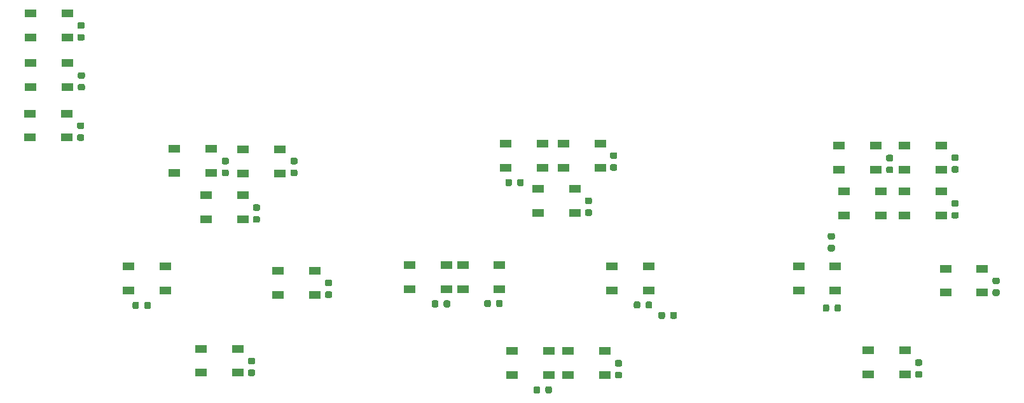
<source format=gbr>
G04 #@! TF.GenerationSoftware,KiCad,Pcbnew,(5.1.6)-1*
G04 #@! TF.CreationDate,2021-02-10T20:40:57+11:00*
G04 #@! TF.ProjectId,ELEC Panel Panel PCB V2,454c4543-2050-4616-9e65-6c2050616e65,rev?*
G04 #@! TF.SameCoordinates,Original*
G04 #@! TF.FileFunction,Paste,Top*
G04 #@! TF.FilePolarity,Positive*
%FSLAX46Y46*%
G04 Gerber Fmt 4.6, Leading zero omitted, Abs format (unit mm)*
G04 Created by KiCad (PCBNEW (5.1.6)-1) date 2021-02-10 20:40:57*
%MOMM*%
%LPD*%
G01*
G04 APERTURE LIST*
%ADD10R,1.500000X1.000000*%
G04 APERTURE END LIST*
G04 #@! TO.C,C25*
G36*
G01*
X139236250Y-129590000D02*
X138723750Y-129590000D01*
G75*
G02*
X138505000Y-129371250I0J218750D01*
G01*
X138505000Y-128933750D01*
G75*
G02*
X138723750Y-128715000I218750J0D01*
G01*
X139236250Y-128715000D01*
G75*
G02*
X139455000Y-128933750I0J-218750D01*
G01*
X139455000Y-129371250D01*
G75*
G02*
X139236250Y-129590000I-218750J0D01*
G01*
G37*
G36*
G01*
X139236250Y-131165000D02*
X138723750Y-131165000D01*
G75*
G02*
X138505000Y-130946250I0J218750D01*
G01*
X138505000Y-130508750D01*
G75*
G02*
X138723750Y-130290000I218750J0D01*
G01*
X139236250Y-130290000D01*
G75*
G02*
X139455000Y-130508750I0J-218750D01*
G01*
X139455000Y-130946250D01*
G75*
G02*
X139236250Y-131165000I-218750J0D01*
G01*
G37*
G04 #@! TD*
G04 #@! TO.C,C24*
G36*
G01*
X138707500Y-138443750D02*
X138707500Y-138956250D01*
G75*
G02*
X138488750Y-139175000I-218750J0D01*
G01*
X138051250Y-139175000D01*
G75*
G02*
X137832500Y-138956250I0J218750D01*
G01*
X137832500Y-138443750D01*
G75*
G02*
X138051250Y-138225000I218750J0D01*
G01*
X138488750Y-138225000D01*
G75*
G02*
X138707500Y-138443750I0J-218750D01*
G01*
G37*
G36*
G01*
X140282500Y-138443750D02*
X140282500Y-138956250D01*
G75*
G02*
X140063750Y-139175000I-218750J0D01*
G01*
X139626250Y-139175000D01*
G75*
G02*
X139407500Y-138956250I0J218750D01*
G01*
X139407500Y-138443750D01*
G75*
G02*
X139626250Y-138225000I218750J0D01*
G01*
X140063750Y-138225000D01*
G75*
G02*
X140282500Y-138443750I0J-218750D01*
G01*
G37*
G04 #@! TD*
G04 #@! TO.C,C23*
G36*
G01*
X150343750Y-147102000D02*
X150856250Y-147102000D01*
G75*
G02*
X151075000Y-147320750I0J-218750D01*
G01*
X151075000Y-147758250D01*
G75*
G02*
X150856250Y-147977000I-218750J0D01*
G01*
X150343750Y-147977000D01*
G75*
G02*
X150125000Y-147758250I0J218750D01*
G01*
X150125000Y-147320750D01*
G75*
G02*
X150343750Y-147102000I218750J0D01*
G01*
G37*
G36*
G01*
X150343750Y-145527000D02*
X150856250Y-145527000D01*
G75*
G02*
X151075000Y-145745750I0J-218750D01*
G01*
X151075000Y-146183250D01*
G75*
G02*
X150856250Y-146402000I-218750J0D01*
G01*
X150343750Y-146402000D01*
G75*
G02*
X150125000Y-146183250I0J218750D01*
G01*
X150125000Y-145745750D01*
G75*
G02*
X150343750Y-145527000I218750J0D01*
G01*
G37*
G04 #@! TD*
G04 #@! TO.C,C22*
G36*
G01*
X160653750Y-136220000D02*
X161166250Y-136220000D01*
G75*
G02*
X161385000Y-136438750I0J-218750D01*
G01*
X161385000Y-136876250D01*
G75*
G02*
X161166250Y-137095000I-218750J0D01*
G01*
X160653750Y-137095000D01*
G75*
G02*
X160435000Y-136876250I0J218750D01*
G01*
X160435000Y-136438750D01*
G75*
G02*
X160653750Y-136220000I218750J0D01*
G01*
G37*
G36*
G01*
X160653750Y-134645000D02*
X161166250Y-134645000D01*
G75*
G02*
X161385000Y-134863750I0J-218750D01*
G01*
X161385000Y-135301250D01*
G75*
G02*
X161166250Y-135520000I-218750J0D01*
G01*
X160653750Y-135520000D01*
G75*
G02*
X160435000Y-135301250I0J218750D01*
G01*
X160435000Y-134863750D01*
G75*
G02*
X160653750Y-134645000I218750J0D01*
G01*
G37*
G04 #@! TD*
G04 #@! TO.C,C21*
G36*
G01*
X155193750Y-125912000D02*
X155706250Y-125912000D01*
G75*
G02*
X155925000Y-126130750I0J-218750D01*
G01*
X155925000Y-126568250D01*
G75*
G02*
X155706250Y-126787000I-218750J0D01*
G01*
X155193750Y-126787000D01*
G75*
G02*
X154975000Y-126568250I0J218750D01*
G01*
X154975000Y-126130750D01*
G75*
G02*
X155193750Y-125912000I218750J0D01*
G01*
G37*
G36*
G01*
X155193750Y-124337000D02*
X155706250Y-124337000D01*
G75*
G02*
X155925000Y-124555750I0J-218750D01*
G01*
X155925000Y-124993250D01*
G75*
G02*
X155706250Y-125212000I-218750J0D01*
G01*
X155193750Y-125212000D01*
G75*
G02*
X154975000Y-124993250I0J218750D01*
G01*
X154975000Y-124555750D01*
G75*
G02*
X155193750Y-124337000I218750J0D01*
G01*
G37*
G04 #@! TD*
G04 #@! TO.C,C20*
G36*
G01*
X155193750Y-119812000D02*
X155706250Y-119812000D01*
G75*
G02*
X155925000Y-120030750I0J-218750D01*
G01*
X155925000Y-120468250D01*
G75*
G02*
X155706250Y-120687000I-218750J0D01*
G01*
X155193750Y-120687000D01*
G75*
G02*
X154975000Y-120468250I0J218750D01*
G01*
X154975000Y-120030750D01*
G75*
G02*
X155193750Y-119812000I218750J0D01*
G01*
G37*
G36*
G01*
X155193750Y-118237000D02*
X155706250Y-118237000D01*
G75*
G02*
X155925000Y-118455750I0J-218750D01*
G01*
X155925000Y-118893250D01*
G75*
G02*
X155706250Y-119112000I-218750J0D01*
G01*
X155193750Y-119112000D01*
G75*
G02*
X154975000Y-118893250I0J218750D01*
G01*
X154975000Y-118455750D01*
G75*
G02*
X155193750Y-118237000I218750J0D01*
G01*
G37*
G04 #@! TD*
G04 #@! TO.C,R1*
G36*
G01*
X116840000Y-139423750D02*
X116840000Y-139936250D01*
G75*
G02*
X116621250Y-140155000I-218750J0D01*
G01*
X116183750Y-140155000D01*
G75*
G02*
X115965000Y-139936250I0J218750D01*
G01*
X115965000Y-139423750D01*
G75*
G02*
X116183750Y-139205000I218750J0D01*
G01*
X116621250Y-139205000D01*
G75*
G02*
X116840000Y-139423750I0J-218750D01*
G01*
G37*
G36*
G01*
X118415000Y-139423750D02*
X118415000Y-139936250D01*
G75*
G02*
X118196250Y-140155000I-218750J0D01*
G01*
X117758750Y-140155000D01*
G75*
G02*
X117540000Y-139936250I0J218750D01*
G01*
X117540000Y-139423750D01*
G75*
G02*
X117758750Y-139205000I218750J0D01*
G01*
X118196250Y-139205000D01*
G75*
G02*
X118415000Y-139423750I0J-218750D01*
G01*
G37*
G04 #@! TD*
G04 #@! TO.C,C19*
G36*
G01*
X146493750Y-119862000D02*
X147006250Y-119862000D01*
G75*
G02*
X147225000Y-120080750I0J-218750D01*
G01*
X147225000Y-120518250D01*
G75*
G02*
X147006250Y-120737000I-218750J0D01*
G01*
X146493750Y-120737000D01*
G75*
G02*
X146275000Y-120518250I0J218750D01*
G01*
X146275000Y-120080750D01*
G75*
G02*
X146493750Y-119862000I218750J0D01*
G01*
G37*
G36*
G01*
X146493750Y-118287000D02*
X147006250Y-118287000D01*
G75*
G02*
X147225000Y-118505750I0J-218750D01*
G01*
X147225000Y-118943250D01*
G75*
G02*
X147006250Y-119162000I-218750J0D01*
G01*
X146493750Y-119162000D01*
G75*
G02*
X146275000Y-118943250I0J218750D01*
G01*
X146275000Y-118505750D01*
G75*
G02*
X146493750Y-118287000I218750J0D01*
G01*
G37*
G04 #@! TD*
G04 #@! TO.C,C18*
G36*
G01*
X94362500Y-138356250D02*
X94362500Y-137843750D01*
G75*
G02*
X94581250Y-137625000I218750J0D01*
G01*
X95018750Y-137625000D01*
G75*
G02*
X95237500Y-137843750I0J-218750D01*
G01*
X95237500Y-138356250D01*
G75*
G02*
X95018750Y-138575000I-218750J0D01*
G01*
X94581250Y-138575000D01*
G75*
G02*
X94362500Y-138356250I0J218750D01*
G01*
G37*
G36*
G01*
X92787500Y-138356250D02*
X92787500Y-137843750D01*
G75*
G02*
X93006250Y-137625000I218750J0D01*
G01*
X93443750Y-137625000D01*
G75*
G02*
X93662500Y-137843750I0J-218750D01*
G01*
X93662500Y-138356250D01*
G75*
G02*
X93443750Y-138575000I-218750J0D01*
G01*
X93006250Y-138575000D01*
G75*
G02*
X92787500Y-138356250I0J218750D01*
G01*
G37*
G04 #@! TD*
G04 #@! TO.C,C17*
G36*
G01*
X87362500Y-138406250D02*
X87362500Y-137893750D01*
G75*
G02*
X87581250Y-137675000I218750J0D01*
G01*
X88018750Y-137675000D01*
G75*
G02*
X88237500Y-137893750I0J-218750D01*
G01*
X88237500Y-138406250D01*
G75*
G02*
X88018750Y-138625000I-218750J0D01*
G01*
X87581250Y-138625000D01*
G75*
G02*
X87362500Y-138406250I0J218750D01*
G01*
G37*
G36*
G01*
X85787500Y-138406250D02*
X85787500Y-137893750D01*
G75*
G02*
X86006250Y-137675000I218750J0D01*
G01*
X86443750Y-137675000D01*
G75*
G02*
X86662500Y-137893750I0J-218750D01*
G01*
X86662500Y-138406250D01*
G75*
G02*
X86443750Y-138625000I-218750J0D01*
G01*
X86006250Y-138625000D01*
G75*
G02*
X85787500Y-138406250I0J218750D01*
G01*
G37*
G04 #@! TD*
G04 #@! TO.C,C16*
G36*
G01*
X100912000Y-149856250D02*
X100912000Y-149343750D01*
G75*
G02*
X101130750Y-149125000I218750J0D01*
G01*
X101568250Y-149125000D01*
G75*
G02*
X101787000Y-149343750I0J-218750D01*
G01*
X101787000Y-149856250D01*
G75*
G02*
X101568250Y-150075000I-218750J0D01*
G01*
X101130750Y-150075000D01*
G75*
G02*
X100912000Y-149856250I0J218750D01*
G01*
G37*
G36*
G01*
X99337000Y-149856250D02*
X99337000Y-149343750D01*
G75*
G02*
X99555750Y-149125000I218750J0D01*
G01*
X99993250Y-149125000D01*
G75*
G02*
X100212000Y-149343750I0J-218750D01*
G01*
X100212000Y-149856250D01*
G75*
G02*
X99993250Y-150075000I-218750J0D01*
G01*
X99555750Y-150075000D01*
G75*
G02*
X99337000Y-149856250I0J218750D01*
G01*
G37*
G04 #@! TD*
G04 #@! TO.C,C15*
G36*
G01*
X110393750Y-147212000D02*
X110906250Y-147212000D01*
G75*
G02*
X111125000Y-147430750I0J-218750D01*
G01*
X111125000Y-147868250D01*
G75*
G02*
X110906250Y-148087000I-218750J0D01*
G01*
X110393750Y-148087000D01*
G75*
G02*
X110175000Y-147868250I0J218750D01*
G01*
X110175000Y-147430750D01*
G75*
G02*
X110393750Y-147212000I218750J0D01*
G01*
G37*
G36*
G01*
X110393750Y-145637000D02*
X110906250Y-145637000D01*
G75*
G02*
X111125000Y-145855750I0J-218750D01*
G01*
X111125000Y-146293250D01*
G75*
G02*
X110906250Y-146512000I-218750J0D01*
G01*
X110393750Y-146512000D01*
G75*
G02*
X110175000Y-146293250I0J218750D01*
G01*
X110175000Y-145855750D01*
G75*
G02*
X110393750Y-145637000I218750J0D01*
G01*
G37*
G04 #@! TD*
G04 #@! TO.C,C14*
G36*
G01*
X114250000Y-138556250D02*
X114250000Y-138043750D01*
G75*
G02*
X114468750Y-137825000I218750J0D01*
G01*
X114906250Y-137825000D01*
G75*
G02*
X115125000Y-138043750I0J-218750D01*
G01*
X115125000Y-138556250D01*
G75*
G02*
X114906250Y-138775000I-218750J0D01*
G01*
X114468750Y-138775000D01*
G75*
G02*
X114250000Y-138556250I0J218750D01*
G01*
G37*
G36*
G01*
X112675000Y-138556250D02*
X112675000Y-138043750D01*
G75*
G02*
X112893750Y-137825000I218750J0D01*
G01*
X113331250Y-137825000D01*
G75*
G02*
X113550000Y-138043750I0J-218750D01*
G01*
X113550000Y-138556250D01*
G75*
G02*
X113331250Y-138775000I-218750J0D01*
G01*
X112893750Y-138775000D01*
G75*
G02*
X112675000Y-138556250I0J218750D01*
G01*
G37*
G04 #@! TD*
G04 #@! TO.C,C13*
G36*
G01*
X106393750Y-125562000D02*
X106906250Y-125562000D01*
G75*
G02*
X107125000Y-125780750I0J-218750D01*
G01*
X107125000Y-126218250D01*
G75*
G02*
X106906250Y-126437000I-218750J0D01*
G01*
X106393750Y-126437000D01*
G75*
G02*
X106175000Y-126218250I0J218750D01*
G01*
X106175000Y-125780750D01*
G75*
G02*
X106393750Y-125562000I218750J0D01*
G01*
G37*
G36*
G01*
X106393750Y-123987000D02*
X106906250Y-123987000D01*
G75*
G02*
X107125000Y-124205750I0J-218750D01*
G01*
X107125000Y-124643250D01*
G75*
G02*
X106906250Y-124862000I-218750J0D01*
G01*
X106393750Y-124862000D01*
G75*
G02*
X106175000Y-124643250I0J218750D01*
G01*
X106175000Y-124205750D01*
G75*
G02*
X106393750Y-123987000I218750J0D01*
G01*
G37*
G04 #@! TD*
G04 #@! TO.C,C12*
G36*
G01*
X109743750Y-119538000D02*
X110256250Y-119538000D01*
G75*
G02*
X110475000Y-119756750I0J-218750D01*
G01*
X110475000Y-120194250D01*
G75*
G02*
X110256250Y-120413000I-218750J0D01*
G01*
X109743750Y-120413000D01*
G75*
G02*
X109525000Y-120194250I0J218750D01*
G01*
X109525000Y-119756750D01*
G75*
G02*
X109743750Y-119538000I218750J0D01*
G01*
G37*
G36*
G01*
X109743750Y-117963000D02*
X110256250Y-117963000D01*
G75*
G02*
X110475000Y-118181750I0J-218750D01*
G01*
X110475000Y-118619250D01*
G75*
G02*
X110256250Y-118838000I-218750J0D01*
G01*
X109743750Y-118838000D01*
G75*
G02*
X109525000Y-118619250I0J218750D01*
G01*
X109525000Y-118181750D01*
G75*
G02*
X109743750Y-117963000I218750J0D01*
G01*
G37*
G04 #@! TD*
G04 #@! TO.C,C11*
G36*
G01*
X97162500Y-122256250D02*
X97162500Y-121743750D01*
G75*
G02*
X97381250Y-121525000I218750J0D01*
G01*
X97818750Y-121525000D01*
G75*
G02*
X98037500Y-121743750I0J-218750D01*
G01*
X98037500Y-122256250D01*
G75*
G02*
X97818750Y-122475000I-218750J0D01*
G01*
X97381250Y-122475000D01*
G75*
G02*
X97162500Y-122256250I0J218750D01*
G01*
G37*
G36*
G01*
X95587500Y-122256250D02*
X95587500Y-121743750D01*
G75*
G02*
X95806250Y-121525000I218750J0D01*
G01*
X96243750Y-121525000D01*
G75*
G02*
X96462500Y-121743750I0J-218750D01*
G01*
X96462500Y-122256250D01*
G75*
G02*
X96243750Y-122475000I-218750J0D01*
G01*
X95806250Y-122475000D01*
G75*
G02*
X95587500Y-122256250I0J218750D01*
G01*
G37*
G04 #@! TD*
G04 #@! TO.C,C10*
G36*
G01*
X47512500Y-138606250D02*
X47512500Y-138093750D01*
G75*
G02*
X47731250Y-137875000I218750J0D01*
G01*
X48168750Y-137875000D01*
G75*
G02*
X48387500Y-138093750I0J-218750D01*
G01*
X48387500Y-138606250D01*
G75*
G02*
X48168750Y-138825000I-218750J0D01*
G01*
X47731250Y-138825000D01*
G75*
G02*
X47512500Y-138606250I0J218750D01*
G01*
G37*
G36*
G01*
X45937500Y-138606250D02*
X45937500Y-138093750D01*
G75*
G02*
X46156250Y-137875000I218750J0D01*
G01*
X46593750Y-137875000D01*
G75*
G02*
X46812500Y-138093750I0J-218750D01*
G01*
X46812500Y-138606250D01*
G75*
G02*
X46593750Y-138825000I-218750J0D01*
G01*
X46156250Y-138825000D01*
G75*
G02*
X45937500Y-138606250I0J218750D01*
G01*
G37*
G04 #@! TD*
G04 #@! TO.C,C9*
G36*
G01*
X61543750Y-146888000D02*
X62056250Y-146888000D01*
G75*
G02*
X62275000Y-147106750I0J-218750D01*
G01*
X62275000Y-147544250D01*
G75*
G02*
X62056250Y-147763000I-218750J0D01*
G01*
X61543750Y-147763000D01*
G75*
G02*
X61325000Y-147544250I0J218750D01*
G01*
X61325000Y-147106750D01*
G75*
G02*
X61543750Y-146888000I218750J0D01*
G01*
G37*
G36*
G01*
X61543750Y-145313000D02*
X62056250Y-145313000D01*
G75*
G02*
X62275000Y-145531750I0J-218750D01*
G01*
X62275000Y-145969250D01*
G75*
G02*
X62056250Y-146188000I-218750J0D01*
G01*
X61543750Y-146188000D01*
G75*
G02*
X61325000Y-145969250I0J218750D01*
G01*
X61325000Y-145531750D01*
G75*
G02*
X61543750Y-145313000I218750J0D01*
G01*
G37*
G04 #@! TD*
G04 #@! TO.C,C8*
G36*
G01*
X71793750Y-136488000D02*
X72306250Y-136488000D01*
G75*
G02*
X72525000Y-136706750I0J-218750D01*
G01*
X72525000Y-137144250D01*
G75*
G02*
X72306250Y-137363000I-218750J0D01*
G01*
X71793750Y-137363000D01*
G75*
G02*
X71575000Y-137144250I0J218750D01*
G01*
X71575000Y-136706750D01*
G75*
G02*
X71793750Y-136488000I218750J0D01*
G01*
G37*
G36*
G01*
X71793750Y-134913000D02*
X72306250Y-134913000D01*
G75*
G02*
X72525000Y-135131750I0J-218750D01*
G01*
X72525000Y-135569250D01*
G75*
G02*
X72306250Y-135788000I-218750J0D01*
G01*
X71793750Y-135788000D01*
G75*
G02*
X71575000Y-135569250I0J218750D01*
G01*
X71575000Y-135131750D01*
G75*
G02*
X71793750Y-134913000I218750J0D01*
G01*
G37*
G04 #@! TD*
G04 #@! TO.C,C7*
G36*
G01*
X62193750Y-126462000D02*
X62706250Y-126462000D01*
G75*
G02*
X62925000Y-126680750I0J-218750D01*
G01*
X62925000Y-127118250D01*
G75*
G02*
X62706250Y-127337000I-218750J0D01*
G01*
X62193750Y-127337000D01*
G75*
G02*
X61975000Y-127118250I0J218750D01*
G01*
X61975000Y-126680750D01*
G75*
G02*
X62193750Y-126462000I218750J0D01*
G01*
G37*
G36*
G01*
X62193750Y-124887000D02*
X62706250Y-124887000D01*
G75*
G02*
X62925000Y-125105750I0J-218750D01*
G01*
X62925000Y-125543250D01*
G75*
G02*
X62706250Y-125762000I-218750J0D01*
G01*
X62193750Y-125762000D01*
G75*
G02*
X61975000Y-125543250I0J218750D01*
G01*
X61975000Y-125105750D01*
G75*
G02*
X62193750Y-124887000I218750J0D01*
G01*
G37*
G04 #@! TD*
G04 #@! TO.C,C6*
G36*
G01*
X67193750Y-120262000D02*
X67706250Y-120262000D01*
G75*
G02*
X67925000Y-120480750I0J-218750D01*
G01*
X67925000Y-120918250D01*
G75*
G02*
X67706250Y-121137000I-218750J0D01*
G01*
X67193750Y-121137000D01*
G75*
G02*
X66975000Y-120918250I0J218750D01*
G01*
X66975000Y-120480750D01*
G75*
G02*
X67193750Y-120262000I218750J0D01*
G01*
G37*
G36*
G01*
X67193750Y-118687000D02*
X67706250Y-118687000D01*
G75*
G02*
X67925000Y-118905750I0J-218750D01*
G01*
X67925000Y-119343250D01*
G75*
G02*
X67706250Y-119562000I-218750J0D01*
G01*
X67193750Y-119562000D01*
G75*
G02*
X66975000Y-119343250I0J218750D01*
G01*
X66975000Y-118905750D01*
G75*
G02*
X67193750Y-118687000I218750J0D01*
G01*
G37*
G04 #@! TD*
G04 #@! TO.C,C5*
G36*
G01*
X58043750Y-120262000D02*
X58556250Y-120262000D01*
G75*
G02*
X58775000Y-120480750I0J-218750D01*
G01*
X58775000Y-120918250D01*
G75*
G02*
X58556250Y-121137000I-218750J0D01*
G01*
X58043750Y-121137000D01*
G75*
G02*
X57825000Y-120918250I0J218750D01*
G01*
X57825000Y-120480750D01*
G75*
G02*
X58043750Y-120262000I218750J0D01*
G01*
G37*
G36*
G01*
X58043750Y-118687000D02*
X58556250Y-118687000D01*
G75*
G02*
X58775000Y-118905750I0J-218750D01*
G01*
X58775000Y-119343250D01*
G75*
G02*
X58556250Y-119562000I-218750J0D01*
G01*
X58043750Y-119562000D01*
G75*
G02*
X57825000Y-119343250I0J218750D01*
G01*
X57825000Y-118905750D01*
G75*
G02*
X58043750Y-118687000I218750J0D01*
G01*
G37*
G04 #@! TD*
G04 #@! TO.C,C4*
G36*
G01*
X38793750Y-115562000D02*
X39306250Y-115562000D01*
G75*
G02*
X39525000Y-115780750I0J-218750D01*
G01*
X39525000Y-116218250D01*
G75*
G02*
X39306250Y-116437000I-218750J0D01*
G01*
X38793750Y-116437000D01*
G75*
G02*
X38575000Y-116218250I0J218750D01*
G01*
X38575000Y-115780750D01*
G75*
G02*
X38793750Y-115562000I218750J0D01*
G01*
G37*
G36*
G01*
X38793750Y-113987000D02*
X39306250Y-113987000D01*
G75*
G02*
X39525000Y-114205750I0J-218750D01*
G01*
X39525000Y-114643250D01*
G75*
G02*
X39306250Y-114862000I-218750J0D01*
G01*
X38793750Y-114862000D01*
G75*
G02*
X38575000Y-114643250I0J218750D01*
G01*
X38575000Y-114205750D01*
G75*
G02*
X38793750Y-113987000I218750J0D01*
G01*
G37*
G04 #@! TD*
G04 #@! TO.C,C3*
G36*
G01*
X38893750Y-108862000D02*
X39406250Y-108862000D01*
G75*
G02*
X39625000Y-109080750I0J-218750D01*
G01*
X39625000Y-109518250D01*
G75*
G02*
X39406250Y-109737000I-218750J0D01*
G01*
X38893750Y-109737000D01*
G75*
G02*
X38675000Y-109518250I0J218750D01*
G01*
X38675000Y-109080750D01*
G75*
G02*
X38893750Y-108862000I218750J0D01*
G01*
G37*
G36*
G01*
X38893750Y-107287000D02*
X39406250Y-107287000D01*
G75*
G02*
X39625000Y-107505750I0J-218750D01*
G01*
X39625000Y-107943250D01*
G75*
G02*
X39406250Y-108162000I-218750J0D01*
G01*
X38893750Y-108162000D01*
G75*
G02*
X38675000Y-107943250I0J218750D01*
G01*
X38675000Y-107505750D01*
G75*
G02*
X38893750Y-107287000I218750J0D01*
G01*
G37*
G04 #@! TD*
G04 #@! TO.C,C2*
G36*
G01*
X38843750Y-102212000D02*
X39356250Y-102212000D01*
G75*
G02*
X39575000Y-102430750I0J-218750D01*
G01*
X39575000Y-102868250D01*
G75*
G02*
X39356250Y-103087000I-218750J0D01*
G01*
X38843750Y-103087000D01*
G75*
G02*
X38625000Y-102868250I0J218750D01*
G01*
X38625000Y-102430750D01*
G75*
G02*
X38843750Y-102212000I218750J0D01*
G01*
G37*
G36*
G01*
X38843750Y-100637000D02*
X39356250Y-100637000D01*
G75*
G02*
X39575000Y-100855750I0J-218750D01*
G01*
X39575000Y-101293250D01*
G75*
G02*
X39356250Y-101512000I-218750J0D01*
G01*
X38843750Y-101512000D01*
G75*
G02*
X38625000Y-101293250I0J218750D01*
G01*
X38625000Y-100855750D01*
G75*
G02*
X38843750Y-100637000I218750J0D01*
G01*
G37*
G04 #@! TD*
D10*
G04 #@! TO.C,D25*
X140667000Y-123165000D03*
X140667000Y-126365000D03*
X145567000Y-123165000D03*
X145567000Y-126365000D03*
G04 #@! TD*
G04 #@! TO.C,D24*
X134622000Y-133147000D03*
X134622000Y-136347000D03*
X139522000Y-133147000D03*
X139522000Y-136347000D03*
G04 #@! TD*
G04 #@! TO.C,D23*
X143905000Y-144348000D03*
X143905000Y-147548000D03*
X148805000Y-144348000D03*
X148805000Y-147548000D03*
G04 #@! TD*
G04 #@! TO.C,D22*
X154180000Y-133452000D03*
X154180000Y-136652000D03*
X159080000Y-133452000D03*
X159080000Y-136652000D03*
G04 #@! TD*
G04 #@! TO.C,D21*
X148717000Y-123139000D03*
X148717000Y-126339000D03*
X153617000Y-123139000D03*
X153617000Y-126339000D03*
G04 #@! TD*
G04 #@! TO.C,D20*
X148705000Y-117094000D03*
X148705000Y-120294000D03*
X153605000Y-117094000D03*
X153605000Y-120294000D03*
G04 #@! TD*
G04 #@! TO.C,D19*
X140005000Y-117094000D03*
X140005000Y-120294000D03*
X144905000Y-117094000D03*
X144905000Y-120294000D03*
G04 #@! TD*
G04 #@! TO.C,D18*
X89918200Y-132969000D03*
X89918200Y-136169000D03*
X94818200Y-132969000D03*
X94818200Y-136169000D03*
G04 #@! TD*
G04 #@! TO.C,D17*
X82880200Y-132994000D03*
X82880200Y-136194000D03*
X87780200Y-132994000D03*
X87780200Y-136194000D03*
G04 #@! TD*
G04 #@! TO.C,D16*
X96443800Y-144450000D03*
X96443800Y-147650000D03*
X101343800Y-144450000D03*
X101343800Y-147650000D03*
G04 #@! TD*
G04 #@! TO.C,D15*
X103914000Y-144424000D03*
X103914000Y-147624000D03*
X108814000Y-144424000D03*
X108814000Y-147624000D03*
G04 #@! TD*
G04 #@! TO.C,D14*
X109793000Y-133172000D03*
X109793000Y-136372000D03*
X114693000Y-133172000D03*
X114693000Y-136372000D03*
G04 #@! TD*
G04 #@! TO.C,D13*
X99926000Y-122809000D03*
X99926000Y-126009000D03*
X104826000Y-122809000D03*
X104826000Y-126009000D03*
G04 #@! TD*
G04 #@! TO.C,D12*
X103304000Y-116789000D03*
X103304000Y-119989000D03*
X108204000Y-116789000D03*
X108204000Y-119989000D03*
G04 #@! TD*
G04 #@! TO.C,D11*
X95644800Y-116789000D03*
X95644800Y-119989000D03*
X100544800Y-116789000D03*
X100544800Y-119989000D03*
G04 #@! TD*
G04 #@! TO.C,D10*
X45392000Y-133172000D03*
X45392000Y-136372000D03*
X50292000Y-133172000D03*
X50292000Y-136372000D03*
G04 #@! TD*
G04 #@! TO.C,D9*
X55069400Y-144120000D03*
X55069400Y-147320000D03*
X59969400Y-144120000D03*
X59969400Y-147320000D03*
G04 #@! TD*
G04 #@! TO.C,D8*
X65331000Y-133731000D03*
X65331000Y-136931000D03*
X70231000Y-133731000D03*
X70231000Y-136931000D03*
G04 #@! TD*
G04 #@! TO.C,D7*
X55716000Y-123698000D03*
X55716000Y-126898000D03*
X60616000Y-123698000D03*
X60616000Y-126898000D03*
G04 #@! TD*
G04 #@! TO.C,D6*
X60680600Y-117551000D03*
X60680600Y-120751000D03*
X65580600Y-117551000D03*
X65580600Y-120751000D03*
G04 #@! TD*
G04 #@! TO.C,D5*
X51550400Y-117501000D03*
X51550400Y-120701000D03*
X56450400Y-117501000D03*
X56450400Y-120701000D03*
G04 #@! TD*
G04 #@! TO.C,D4*
X32311000Y-112802000D03*
X32311000Y-116002000D03*
X37211000Y-112802000D03*
X37211000Y-116002000D03*
G04 #@! TD*
G04 #@! TO.C,D3*
X32398800Y-106096000D03*
X32398800Y-109296000D03*
X37298800Y-106096000D03*
X37298800Y-109296000D03*
G04 #@! TD*
G04 #@! TO.C,D2*
X32373400Y-99467000D03*
X32373400Y-102667000D03*
X37273400Y-99467000D03*
X37273400Y-102667000D03*
G04 #@! TD*
M02*

</source>
